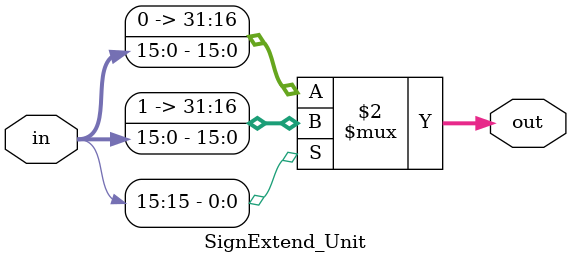
<source format=v>
`timescale 1ns / 1ps


module SignExtend_Unit(
    input [15:0]in,
    output [31:0]out
    );
    assign out=(in[15]==0)?{16'h0000,in}:{16'hffff,in};
endmodule

</source>
